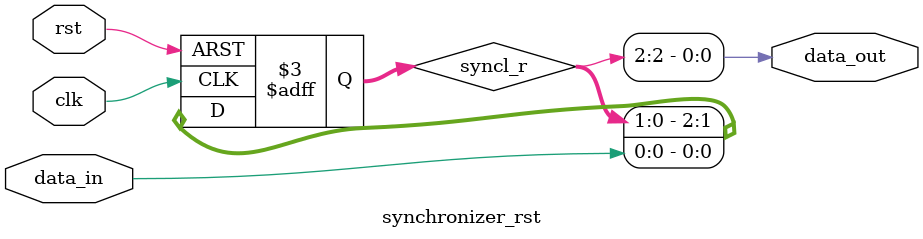
<source format=v>
/****************************************************************
*Company:  CETC54
*Engineer: liyuan

*Create Date   : Monday, the 04 of March, 2019  11:39:30
*Design Name   :
*Module Name   : synchronizer_rst.v
*Project Name  :
*Target Devices: C5
*Tool versions : Quartus II 15.0
*Description   :  
*Revision:     : 1.0.0
*Revision 0.01 - File Created
*Additional Comments: 
*Modification Record :
*****************************************************************/


// synopsys translate_off
`timescale 1ns/1ns
// synopsys translate_on
module synchronizer_rst #(
    parameter C_NUM_SYNC_REGS = 3,
    parameter C_RVAL          = 1'b0
)(
    input  wire clk,
    input  wire rst,
    input  wire data_in,
    output wire data_out
);

///////////////////////////////Signal Define/////////////////////////////////////////////////////////////////////

 (* shreg_extract = "no", ASYNC_REG = "TRUE" *) reg [C_NUM_SYNC_REGS - 1:0] syncl_r = {C_NUM_SYNC_REGS{C_RVAL}};

/////////////////////////////////////////////////////////////////////////////////////////////////////////////////
 always@(posedge clk or posedge rst) begin
   if(rst)
     syncl_r<={C_NUM_SYNC_REGS{C_RVAL}};  
   else
   	 syncl_r<={syncl_r[C_NUM_SYNC_REGS-2:0], data_in};
 end
/////////////////////////////////////////////////////////////////////////////////////////////////////////////////

  assign data_out = syncl_r[C_NUM_SYNC_REGS - 1];

/////////////////////////////////////////////////////////////////////////////////////////////////////////////
endmodule

</source>
